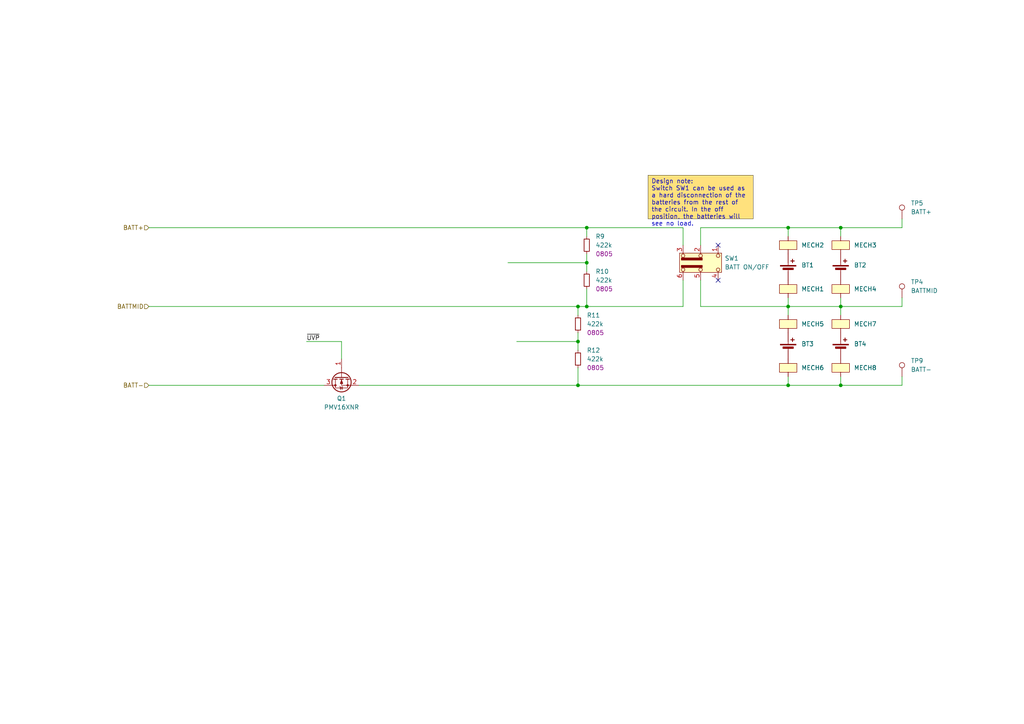
<source format=kicad_sch>
(kicad_sch (version 20250114) (generator "eeschema") (generator_version "9.0")
  (paper "A4")
  (title_block (title "Li-Ion pack 4 cell") (date "2025-09-17") (rev "1.0") (company "Egill Milan Gunnarsson") (comment 1 "Author"))
  (lib_symbols
    (symbol "BT-3.7V-lithium_ion-18650_1" (pin_numbers (hide yes)) (pin_names (offset 0) (hide yes))
      (property "Reference" "BT" (at 2.54 2.54 0))
      (symbol "BT-3.7V-lithium_ion-18650_1_0_1"
        (rectangle (start -2.286 1.778) (end 2.286 1.524) (fill (type outline)))
        (rectangle (start -1.524 1.016) (end 1.524 0.508) (fill (type outline)))
        (polyline (pts (xy 0 1.778) (xy 0 2.54)))
        (polyline (pts (xy 0 0.762) (xy 0 0)))
        (polyline (pts (xy 0.762 3.048) (xy 1.778 3.048)) (stroke (width 0.254)))
        (polyline (pts (xy 1.27 3.556) (xy 1.27 2.54)) (stroke (width 0.254)))
      )
      (symbol "BT-3.7V-lithium_ion-18650_1_1_1"
        (pin passive line (at 0 5.08 270) (length 2.54) (name "") (number ""))
        (pin passive line (at 0 -2.54 90) (length 2.54) (name "") (number ""))
      )
    )
    (symbol "BT-3.7V-lithium_ion-18650_2" (pin_numbers (hide yes)) (pin_names (offset 0) (hide yes))
      (property "Reference" "BT" (at 2.54 2.54 0))
      (symbol "BT-3.7V-lithium_ion-18650_2_0_1"
        (rectangle (start -2.286 1.778) (end 2.286 1.524) (fill (type outline)))
        (rectangle (start -1.524 1.016) (end 1.524 0.508) (fill (type outline)))
        (polyline (pts (xy 0 1.778) (xy 0 2.54)))
        (polyline (pts (xy 0 0.762) (xy 0 0)))
        (polyline (pts (xy 0.762 3.048) (xy 1.778 3.048)) (stroke (width 0.254)))
        (polyline (pts (xy 1.27 3.556) (xy 1.27 2.54)) (stroke (width 0.254)))
      )
      (symbol "BT-3.7V-lithium_ion-18650_2_1_1"
        (pin passive line (at 0 5.08 270) (length 2.54) (name "") (number ""))
        (pin passive line (at 0 -2.54 90) (length 2.54) (name "") (number ""))
      )
    )
    (symbol "BT-3.7V-lithium_ion-18650_3" (pin_numbers (hide yes)) (pin_names (offset 0) (hide yes))
      (property "Reference" "BT" (at 2.54 2.54 0))
      (symbol "BT-3.7V-lithium_ion-18650_3_0_1"
        (rectangle (start -2.286 1.778) (end 2.286 1.524) (fill (type outline)))
        (rectangle (start -1.524 1.016) (end 1.524 0.508) (fill (type outline)))
        (polyline (pts (xy 0 1.778) (xy 0 2.54)))
        (polyline (pts (xy 0 0.762) (xy 0 0)))
        (polyline (pts (xy 0.762 3.048) (xy 1.778 3.048)) (stroke (width 0.254)))
        (polyline (pts (xy 1.27 3.556) (xy 1.27 2.54)) (stroke (width 0.254)))
      )
      (symbol "BT-3.7V-lithium_ion-18650_3_1_1"
        (pin passive line (at 0 5.08 270) (length 2.54) (name "") (number ""))
        (pin passive line (at 0 -2.54 90) (length 2.54) (name "") (number ""))
      )
    )
    (symbol "Batteries:BT-3.7V-lithium_ion-18650" (pin_numbers (hide yes)) (pin_names (offset 0) (hide yes))
      (property "Reference" "BT" (at 2.54 2.54 0))
      (symbol "BT-3.7V-lithium_ion-18650_0_1"
        (rectangle (start -2.286 1.778) (end 2.286 1.524) (fill (type outline)))
        (rectangle (start -1.524 1.016) (end 1.524 0.508) (fill (type outline)))
        (polyline (pts (xy 0 1.778) (xy 0 2.54)))
        (polyline (pts (xy 0 0.762) (xy 0 0)))
        (polyline (pts (xy 0.762 3.048) (xy 1.778 3.048)) (stroke (width 0.254)))
        (polyline (pts (xy 1.27 3.556) (xy 1.27 2.54)) (stroke (width 0.254)))
      )
      (symbol "BT-3.7V-lithium_ion-18650_1_1"
        (pin passive line (at 0 5.08 270) (length 2.54) (name "") (number ""))
        (pin passive line (at 0 -2.54 90) (length 2.54) (name "") (number ""))
      )
    )
    (symbol "Integrated_Circuits:U-NMOS-PMV16XNR-8.6A-SOT-23-3-SMD" (pin_names (offset 0) (hide yes))
      (property "Reference" "Q" (at 5.08 1.27 0))
      (property "Value" "PMV16XNR" (at 5.08 -1.27 0))
      (symbol "U-NMOS-PMV16XNR-8.6A-SOT-23-3-SMD_0_1"
        (polyline (pts (xy 0.254 1.905) (xy 0.254 -1.905)) (stroke (width 0.254)))
        (polyline (pts (xy 0.254 0) (xy -2.54 0)))
        (polyline (pts (xy 0.762 2.286) (xy 0.762 1.27)) (stroke (width 0.254)))
        (polyline (pts (xy 0.762 0.508) (xy 0.762 -0.508)) (stroke (width 0.254)))
        (polyline (pts (xy 0.762 -1.27) (xy 0.762 -2.286)) (stroke (width 0.254)))
        (polyline (pts (xy 0.762 -1.778) (xy 3.302 -1.778) (xy 3.302 1.778) (xy 0.762 1.778)))
        (polyline (pts (xy 1.016 0) (xy 2.032 0.381) (xy 2.032 -0.381) (xy 1.016 0)) (fill (type outline)))
        (circle (center 1.651 0) (radius 2.794) (stroke (width 0.254)))
        (polyline (pts (xy 2.54 2.54) (xy 2.54 2.54) (xy 2.54 1.778)))
        (circle (center 2.54 1.778) (radius 0.254) (fill (type outline)))
        (circle (center 2.54 -1.778) (radius 0.254) (fill (type outline)))
        (polyline (pts (xy 2.54 -2.54) (xy 2.54 0) (xy 0.762 0)))
        (polyline (pts (xy 2.794 0.508) (xy 2.921 0.381) (xy 3.683 0.381) (xy 3.81 0.254)))
        (polyline (pts (xy 3.302 0.381) (xy 2.921 -0.254) (xy 3.683 -0.254) (xy 3.302 0.381)))
      )
      (symbol "U-NMOS-PMV16XNR-8.6A-SOT-23-3-SMD_1_1"
        (pin input line (at -5.08 0 0) (length 2.54) (name "G") (number "1"))
        (pin passive line (at 2.54 5.08 270) (length 2.54) (name "D") (number "3"))
        (pin passive line (at 2.54 -5.08 90) (length 2.54) (name "S") (number "2"))
      )
    )
    (symbol "MECH-18650_holder-Keystone_254_1" (pin_numbers (hide yes)) (pin_names (offset 0) (hide yes))
      (property "Reference" "MECH" (at 3.175 0 0))
      (symbol "MECH-18650_holder-Keystone_254_1_1_1"
        (rectangle (start -2.54 1.27) (end 2.54 -1.27) (fill (type background)))
        (pin passive line (at 0 2.54 270) (length 1.27) (name "") (number "1"))
        (pin passive line (at 0 -2.54 90) (length 1.27) (name "") (number "1"))
      )
    )
    (symbol "MECH-18650_holder-Keystone_254_2" (pin_numbers (hide yes)) (pin_names (offset 0) (hide yes))
      (property "Reference" "MECH" (at 3.175 0 0))
      (symbol "MECH-18650_holder-Keystone_254_2_1_1"
        (rectangle (start -2.54 1.27) (end 2.54 -1.27) (fill (type background)))
        (pin passive line (at 0 2.54 270) (length 1.27) (name "") (number "1"))
        (pin passive line (at 0 -2.54 90) (length 1.27) (name "") (number "1"))
      )
    )
    (symbol "MECH-18650_holder-Keystone_254_3" (pin_numbers (hide yes)) (pin_names (offset 0) (hide yes))
      (property "Reference" "MECH" (at 3.175 0 0))
      (symbol "MECH-18650_holder-Keystone_254_3_1_1"
        (rectangle (start -2.54 1.27) (end 2.54 -1.27) (fill (type background)))
        (pin passive line (at 0 2.54 270) (length 1.27) (name "") (number "1"))
        (pin passive line (at 0 -2.54 90) (length 1.27) (name "") (number "1"))
      )
    )
    (symbol "MECH-18650_holder-Keystone_254_4" (pin_numbers (hide yes)) (pin_names (offset 0) (hide yes))
      (property "Reference" "MECH" (at 3.175 0 0))
      (symbol "MECH-18650_holder-Keystone_254_4_1_1"
        (rectangle (start -2.54 1.27) (end 2.54 -1.27) (fill (type background)))
        (pin passive line (at 0 2.54 270) (length 1.27) (name "") (number "1"))
        (pin passive line (at 0 -2.54 90) (length 1.27) (name "") (number "1"))
      )
    )
    (symbol "MECH-18650_holder-Keystone_254_5" (pin_numbers (hide yes)) (pin_names (offset 0) (hide yes))
      (property "Reference" "MECH" (at 3.175 0 0))
      (symbol "MECH-18650_holder-Keystone_254_5_1_1"
        (rectangle (start -2.54 1.27) (end 2.54 -1.27) (fill (type background)))
        (pin passive line (at 0 2.54 270) (length 1.27) (name "") (number "1"))
        (pin passive line (at 0 -2.54 90) (length 1.27) (name "") (number "1"))
      )
    )
    (symbol "MECH-18650_holder-Keystone_254_6" (pin_numbers (hide yes)) (pin_names (offset 0) (hide yes))
      (property "Reference" "MECH" (at 3.175 0 0))
      (symbol "MECH-18650_holder-Keystone_254_6_1_1"
        (rectangle (start -2.54 1.27) (end 2.54 -1.27) (fill (type background)))
        (pin passive line (at 0 2.54 270) (length 1.27) (name "") (number "1"))
        (pin passive line (at 0 -2.54 90) (length 1.27) (name "") (number "1"))
      )
    )
    (symbol "MECH-18650_holder-Keystone_254_7" (pin_numbers (hide yes)) (pin_names (offset 0) (hide yes))
      (property "Reference" "MECH" (at 3.175 0 0))
      (symbol "MECH-18650_holder-Keystone_254_7_1_1"
        (rectangle (start -2.54 1.27) (end 2.54 -1.27) (fill (type background)))
        (pin passive line (at 0 2.54 270) (length 1.27) (name "") (number "1"))
        (pin passive line (at 0 -2.54 90) (length 1.27) (name "") (number "1"))
      )
    )
    (symbol "Mech:MECH-18650_holder-Keystone_254" (pin_numbers (hide yes)) (pin_names (offset 0) (hide yes))
      (property "Reference" "MECH" (at 3.175 0 0))
      (symbol "MECH-18650_holder-Keystone_254_1_1"
        (rectangle (start -2.54 1.27) (end 2.54 -1.27) (fill (type background)))
        (pin passive line (at 0 2.54 270) (length 1.27) (name "") (number "1"))
        (pin passive line (at 0 -2.54 90) (length 1.27) (name "") (number "1"))
      )
    )
    (symbol "Mech:TP-1.0mm-THM" (pin_numbers (hide yes)) (pin_names (offset 0.762) (hide yes))
      (property "Reference" "TP" (at 0 6.858 0))
      (property "Value" "TestPoint" (at 0 5.08 0))
      (symbol "TP-1.0mm-THM_0_1"
        (circle (center 0 3.302) (radius 0.762))
      )
      (symbol "TP-1.0mm-THM_1_1"
        (pin passive line (at 0 0 90) (length 2.54) (name "1") (number "1"))
      )
    )
    (symbol "Resistors:R0805-422k-1%-0.125W-SMD" (pin_numbers (hide yes)) (pin_names (offset 0.254) (hide yes))
      (property "Reference" "R" (at 1.27 2.54 0))
      (property "Value" "422k" (at 1.27 0 0))
      (property "Size Code" "0805" (at 1.27 -2.54 0))
      (symbol "R0805-422k-1%-0.125W-SMD_0_1"
        (rectangle (start -0.762 1.778) (end 0.762 -1.778) (stroke (width 0.2032)))
      )
      (symbol "R0805-422k-1%-0.125W-SMD_1_1"
        (pin passive line (at 0 2.54 270) (length 0.762) (name "~") (number "1"))
        (pin passive line (at 0 -2.54 90) (length 0.762) (name "~") (number "2"))
      )
    )
    (symbol "Switches:SW-Slide-DPDT-1201A2CQEA-THM" (pin_names (offset 0) (hide yes))
      (property "Reference" "SW" (at 0 6.858 0))
      (symbol "SW-Slide-DPDT-1201A2CQEA-THM_0_0"
        (circle (center -2.032 5.08) (radius 0.508))
        (circle (center -2.032 -5.08) (radius 0.508))
        (circle (center 2.032 0) (radius 0.508))
        (circle (center 2.032 -5.08) (radius 0.508))
      )
      (symbol "SW-Slide-DPDT-1201A2CQEA-THM_0_1"
        (circle (center -2.032 0) (radius 0.508))
        (circle (center 2.032 5.08) (radius 0.508))
      )
      (symbol "SW-Slide-DPDT-1201A2CQEA-THM_1_1"
        (rectangle (start -2.794 6.096) (end 2.794 -6.096) (fill (type background)))
        (rectangle (start -1.397 5.588) (end -0.762 -0.508) (fill (type outline)))
        (rectangle (start 0.762 5.588) (end 1.397 -0.508) (fill (type outline)))
        (pin passive line (at -5.08 5.08 0) (length 2.54) (name "A") (number "3"))
        (pin passive line (at -5.08 0 0) (length 2.54) (name "2") (number "2"))
        (pin passive line (at -5.08 -5.08 0) (length 2.54) (name "1") (number "1"))
        (pin passive line (at 5.08 5.08 180) (length 2.54) (name "6") (number "6"))
        (pin passive line (at 5.08 0 180) (length 2.54) (name "5") (number "5"))
        (pin passive line (at 5.08 -5.08 180) (length 2.54) (name "4") (number "4"))
      )
    )
  )
  (text_box "Design note:\nSwitch SW1 can be used as a hard disconnection of the batteries from the rest of the circuit. In the off position, the batteries will see no load." (at 187.96 50.8 0) (size 30.48 12.7) (margins 0.9525 0.9525 0.9525 0.9525) (stroke (width 0.05) (color 0 0 0 1)) (fill (type color) (color 255 225 125 1)) (effects (font (size 1.27 1.27)) (justify left top)))
  (junction (at 243.84 66.04))
  (junction (at 170.18 88.9))
  (junction (at 243.84 88.9))
  (junction (at 167.64 88.9))
  (junction (at 228.6 66.04))
  (junction (at 167.64 111.76))
  (junction (at 167.64 99.06))
  (junction (at 243.84 111.76))
  (junction (at 170.18 76.2))
  (junction (at 228.6 88.9))
  (junction (at 170.18 66.04))
  (junction (at 228.6 111.76))
  (no_connect (at 208.28 81.28))
  (no_connect (at 208.28 71.12))
  (wire (pts (xy 261.62 88.9) (xy 261.62 86.36)))
  (wire (pts (xy 167.64 96.52) (xy 167.64 99.06)))
  (wire (pts (xy 243.84 88.9) (xy 243.84 86.36)))
  (wire (pts (xy 203.2 88.9) (xy 228.6 88.9)))
  (wire (pts (xy 167.64 106.68) (xy 167.64 111.76)))
  (wire (pts (xy 203.2 88.9) (xy 203.2 81.28)))
  (wire (pts (xy 167.64 99.06) (xy 167.64 101.6)))
  (wire (pts (xy 228.6 66.04) (xy 243.84 66.04)))
  (wire (pts (xy 228.6 88.9) (xy 243.84 88.9)))
  (wire (pts (xy 149.86 99.06) (xy 167.64 99.06)))
  (wire (pts (xy 243.84 88.9) (xy 261.62 88.9)))
  (wire (pts (xy 228.6 88.9) (xy 228.6 91.44)))
  (wire (pts (xy 88.9 99.06) (xy 99.06 99.06)))
  (wire (pts (xy 243.84 111.76) (xy 243.84 109.22)))
  (wire (pts (xy 170.18 83.82) (xy 170.18 88.9)))
  (wire (pts (xy 170.18 76.2) (xy 170.18 78.74)))
  (wire (pts (xy 104.14 111.76) (xy 167.64 111.76)))
  (wire (pts (xy 228.6 111.76) (xy 243.84 111.76)))
  (wire (pts (xy 228.6 109.22) (xy 228.6 111.76)))
  (wire (pts (xy 198.12 88.9) (xy 198.12 81.28)))
  (wire (pts (xy 261.62 109.22) (xy 261.62 111.76)))
  (wire (pts (xy 167.64 111.76) (xy 228.6 111.76)))
  (wire (pts (xy 228.6 66.04) (xy 228.6 68.58)))
  (wire (pts (xy 243.84 111.76) (xy 261.62 111.76)))
  (wire (pts (xy 99.06 104.14) (xy 99.06 99.06)))
  (wire (pts (xy 170.18 88.9) (xy 198.12 88.9)))
  (wire (pts (xy 43.18 88.9) (xy 167.64 88.9)))
  (wire (pts (xy 43.18 66.04) (xy 170.18 66.04)))
  (wire (pts (xy 167.64 88.9) (xy 167.64 91.44)))
  (wire (pts (xy 203.2 66.04) (xy 203.2 71.12)))
  (wire (pts (xy 261.62 66.04) (xy 261.62 63.5)))
  (wire (pts (xy 243.84 66.04) (xy 243.84 68.58)))
  (wire (pts (xy 43.18 111.76) (xy 93.98 111.76)))
  (wire (pts (xy 167.64 88.9) (xy 170.18 88.9)))
  (wire (pts (xy 170.18 66.04) (xy 198.12 66.04)))
  (wire (pts (xy 243.84 66.04) (xy 261.62 66.04)))
  (wire (pts (xy 147.32 76.2) (xy 170.18 76.2)))
  (wire (pts (xy 228.6 88.9) (xy 228.6 86.36)))
  (wire (pts (xy 243.84 88.9) (xy 243.84 91.44)))
  (wire (pts (xy 170.18 66.04) (xy 170.18 68.58)))
  (wire (pts (xy 198.12 66.04) (xy 198.12 71.12)))
  (wire (pts (xy 170.18 73.66) (xy 170.18 76.2)))
  (wire (pts (xy 203.2 66.04) (xy 228.6 66.04)))
  (label "~{UVP}" (at 88.9 99.06 0))
  (hierarchical_label "BATTMID" (shape input) (at 43.18 88.9 180))
  (hierarchical_label "BATT+" (shape input) (at 43.18 66.04 180))
  (hierarchical_label "BATT-" (shape input) (at 43.18 111.76 180))
  (symbol (lib_id "Resistors:R0805-422k-1%-0.125W-SMD") (at 167.64 104.14 0) (unit 1)
    (property "Reference" "R12" (at 170.18 101.6 0) (effects (justify left)))
    (property "Value" "422k" (at 170.18 104.14 0) (effects (justify left)))
    (property "Footprint" "Resistors:R_0805_2012Metric" (effects (hide yes)))
    (property "Size Code" "0805" (at 170.18 106.68 0) (effects (justify left)))
  )
  (symbol (lib_name "MECH-18650_holder-Keystone_254_4") (lib_id "Mech:MECH-18650_holder-Keystone_254") (at 228.6 106.68 0) (unit 1)
    (property "Reference" "MECH6" (at 232.41 106.68 0) (effects (justify left)))
    (property "Value" "254" (effects (hide yes)))
    (property "Footprint" "Mech:Keystone_254_holder" (effects (hide yes)))
    (property "Description" "Surface mounted holder for 18650 size li-ion cell" (effects (hide yes)))
  )
  (symbol (lib_id "Resistors:R0805-422k-1%-0.125W-SMD") (at 170.18 71.12 0) (unit 1)
    (property "Reference" "R9" (at 172.72 68.58 0) (effects (justify left)))
    (property "Value" "422k" (at 172.72 71.12 0) (effects (justify left)))
    (property "Footprint" "Resistors:R_0805_2012Metric" (effects (hide yes)))
    (property "Size Code" "0805" (at 172.72 73.66 0) (effects (justify left)))
  )
  (symbol (lib_id "Batteries:BT-3.7V-lithium_ion-18650") (at 228.6 78.74 0) (unit 1)
    (property "Reference" "BT1" (at 232.41 76.8985 0) (effects (justify left)))
    (property "Value" "18650_cell" (effects (hide yes)))
    (property "Footprint" "Batteries:BT-3.7V-lithium_ion-18650" (effects (hide yes)))
    (property "Description" "Single-cell 18650 lithium-ion battery" (effects (hide yes)))
  )
  (symbol (lib_name "MECH-18650_holder-Keystone_254_2") (lib_id "Mech:MECH-18650_holder-Keystone_254") (at 243.84 83.82 0) (unit 1)
    (property "Reference" "MECH4" (at 247.65 83.82 0) (effects (justify left)))
    (property "Value" "254" (effects (hide yes)))
    (property "Footprint" "Mech:Keystone_254_holder" (effects (hide yes)))
    (property "Description" "Surface mounted holder for 18650 size li-ion cell" (effects (hide yes)))
  )
  (symbol (lib_name "MECH-18650_holder-Keystone_254_1") (lib_id "Mech:MECH-18650_holder-Keystone_254") (at 228.6 71.12 180) (unit 1)
    (property "Reference" "MECH2" (at 232.41 71.12 0) (effects (justify right)))
    (property "Value" "254" (effects (hide yes)))
    (property "Footprint" "Mech:Keystone_254_holder" (effects (hide yes)))
    (property "Description" "Surface mounted holder for 18650 size li-ion cell" (effects (hide yes)))
  )
  (symbol (lib_name "MECH-18650_holder-Keystone_254_6") (lib_id "Mech:MECH-18650_holder-Keystone_254") (at 243.84 106.68 0) (unit 1)
    (property "Reference" "MECH8" (at 247.65 106.68 0) (effects (justify left)))
    (property "Value" "254" (effects (hide yes)))
    (property "Footprint" "Mech:Keystone_254_holder" (effects (hide yes)))
    (property "Description" "Surface mounted holder for 18650 size li-ion cell" (effects (hide yes)))
  )
  (symbol (lib_id "Integrated_Circuits:U-NMOS-PMV16XNR-8.6A-SOT-23-3-SMD") (at 99.06 109.22 90) (mirror x) (unit 1)
    (property "Reference" "Q1" (at 99.06 115.57 90))
    (property "Value" "PMV16XNR" (at 99.06 118.11 90))
    (property "Footprint" "Integrated_Circuits:SOT-23" (effects (hide yes)))
    (property "Datasheet" "https://assets.nexperia.com/documents/data-sheet/PMV16XN.pdf" (effects (hide yes)))
    (property "Description" "N-MOSFET transistor, gate/source/drain" (effects (hide yes)))
  )
  (symbol (lib_id "Resistors:R0805-422k-1%-0.125W-SMD") (at 170.18 81.28 0) (unit 1)
    (property "Reference" "R10" (at 172.72 78.74 0) (effects (justify left)))
    (property "Value" "422k" (at 172.72 81.28 0) (effects (justify left)))
    (property "Footprint" "Resistors:R_0805_2012Metric" (effects (hide yes)))
    (property "Size Code" "0805" (at 172.72 83.82 0) (effects (justify left)))
  )
  (symbol (lib_id "Mech:TP-1.0mm-THM") (at 261.62 109.22 0) (unit 1)
    (property "Reference" "TP9" (at 264.16 104.648 0) (effects (justify left)))
    (property "Value" "BATT-" (at 264.16 107.188 0) (effects (justify left)))
    (property "Footprint" "Mech:TP-1.0mm-THM" (effects (hide yes)))
    (property "Description" "wire loop with bead as test point, loop diameter 1.8mm, hole diameter 1.0mm" (effects (hide yes)))
  )
  (symbol (lib_name "BT-3.7V-lithium_ion-18650_3") (lib_id "Batteries:BT-3.7V-lithium_ion-18650") (at 243.84 101.6 0) (unit 1)
    (property "Reference" "BT4" (at 247.65 99.7585 0) (effects (justify left)))
    (property "Value" "18650_cell" (effects (hide yes)))
    (property "Footprint" "Batteries:BT-3.7V-lithium_ion-18650" (effects (hide yes)))
    (property "Description" "Single-cell 18650 lithium-ion battery" (effects (hide yes)))
  )
  (symbol (lib_id "Resistors:R0805-422k-1%-0.125W-SMD") (at 167.64 93.98 0) (unit 1)
    (property "Reference" "R11" (at 170.18 91.44 0) (effects (justify left)))
    (property "Value" "422k" (at 170.18 93.98 0) (effects (justify left)))
    (property "Footprint" "Resistors:R_0805_2012Metric" (effects (hide yes)))
    (property "Size Code" "0805" (at 170.18 96.52 0) (effects (justify left)))
  )
  (symbol (lib_name "BT-3.7V-lithium_ion-18650_2") (lib_id "Batteries:BT-3.7V-lithium_ion-18650") (at 228.6 101.6 0) (unit 1)
    (property "Reference" "BT3" (at 232.41 99.7585 0) (effects (justify left)))
    (property "Value" "18650_cell" (effects (hide yes)))
    (property "Footprint" "Batteries:BT-3.7V-lithium_ion-18650" (effects (hide yes)))
    (property "Description" "Single-cell 18650 lithium-ion battery" (effects (hide yes)))
  )
  (symbol (lib_id "Switches:SW-Slide-DPDT-1201A2CQEA-THM") (at 203.2 76.2 90) (mirror x) (unit 1)
    (property "Reference" "SW1" (at 210.185 74.93 90) (effects (justify right)))
    (property "Value" "BATT ON/OFF" (at 210.185 77.47 90) (effects (justify right)))
    (property "Footprint" "Switches:SW_Slide_DPDT_1201A2CQEA" (effects (hide yes)))
    (property "Datasheet" "https://mm.digikey.com/Volume0/opasdata/d220001/medias/docus/7206/1101A4CGEA.pdf" (effects (hide yes)))
    (property "Description" "Slide Switch, dual pole double throw" (effects (hide yes)))
  )
  (symbol (lib_id "Mech:TP-1.0mm-THM") (at 261.62 63.5 0) (unit 1)
    (property "Reference" "TP5" (at 264.16 58.928 0) (effects (justify left)))
    (property "Value" "BATT+" (at 264.16 61.468 0) (effects (justify left)))
    (property "Footprint" "Mech:TP-1.0mm-THM" (effects (hide yes)))
    (property "Description" "wire loop with bead as test point, loop diameter 1.8mm, hole diameter 1.0mm" (effects (hide yes)))
  )
  (symbol (lib_id "Mech:TP-1.0mm-THM") (at 261.62 86.36 0) (unit 1)
    (property "Reference" "TP4" (at 264.16 81.788 0) (effects (justify left)))
    (property "Value" "BATTMID" (at 264.16 84.328 0) (effects (justify left)))
    (property "Footprint" "Mech:TP-1.0mm-THM" (effects (hide yes)))
    (property "Description" "wire loop with bead as test point, loop diameter 1.8mm, hole diameter 1.0mm" (effects (hide yes)))
  )
  (symbol (lib_id "Mech:MECH-18650_holder-Keystone_254") (at 228.6 83.82 0) (unit 1)
    (property "Reference" "MECH1" (at 232.41 83.82 0) (effects (justify left)))
    (property "Value" "254" (effects (hide yes)))
    (property "Footprint" "Mech:Keystone_254_holder" (effects (hide yes)))
    (property "Description" "Surface mounted holder for 18650 size li-ion cell" (effects (hide yes)))
  )
  (symbol (lib_name "MECH-18650_holder-Keystone_254_5") (lib_id "Mech:MECH-18650_holder-Keystone_254") (at 228.6 93.98 180) (unit 1)
    (property "Reference" "MECH5" (at 232.41 93.98 0) (effects (justify right)))
    (property "Value" "254" (effects (hide yes)))
    (property "Footprint" "Mech:Keystone_254_holder" (effects (hide yes)))
    (property "Description" "Surface mounted holder for 18650 size li-ion cell" (effects (hide yes)))
  )
  (symbol (lib_name "MECH-18650_holder-Keystone_254_7") (lib_id "Mech:MECH-18650_holder-Keystone_254") (at 243.84 93.98 180) (unit 1)
    (property "Reference" "MECH7" (at 247.65 93.98 0) (effects (justify right)))
    (property "Value" "254" (effects (hide yes)))
    (property "Footprint" "Mech:Keystone_254_holder" (effects (hide yes)))
    (property "Description" "Surface mounted holder for 18650 size li-ion cell" (effects (hide yes)))
  )
  (symbol (lib_name "BT-3.7V-lithium_ion-18650_1") (lib_id "Batteries:BT-3.7V-lithium_ion-18650") (at 243.84 78.74 0) (unit 1)
    (property "Reference" "BT2" (at 247.65 76.8985 0) (effects (justify left)))
    (property "Value" "18650_cell" (effects (hide yes)))
    (property "Footprint" "Batteries:BT-3.7V-lithium_ion-18650" (effects (hide yes)))
    (property "Description" "Single-cell 18650 lithium-ion battery" (effects (hide yes)))
  )
  (symbol (lib_name "MECH-18650_holder-Keystone_254_3") (lib_id "Mech:MECH-18650_holder-Keystone_254") (at 243.84 71.12 180) (unit 1)
    (property "Reference" "MECH3" (at 247.65 71.12 0) (effects (justify right)))
    (property "Value" "254" (effects (hide yes)))
    (property "Footprint" "Mech:Keystone_254_holder" (effects (hide yes)))
    (property "Description" "Surface mounted holder for 18650 size li-ion cell" (effects (hide yes)))
  )
)
</source>
